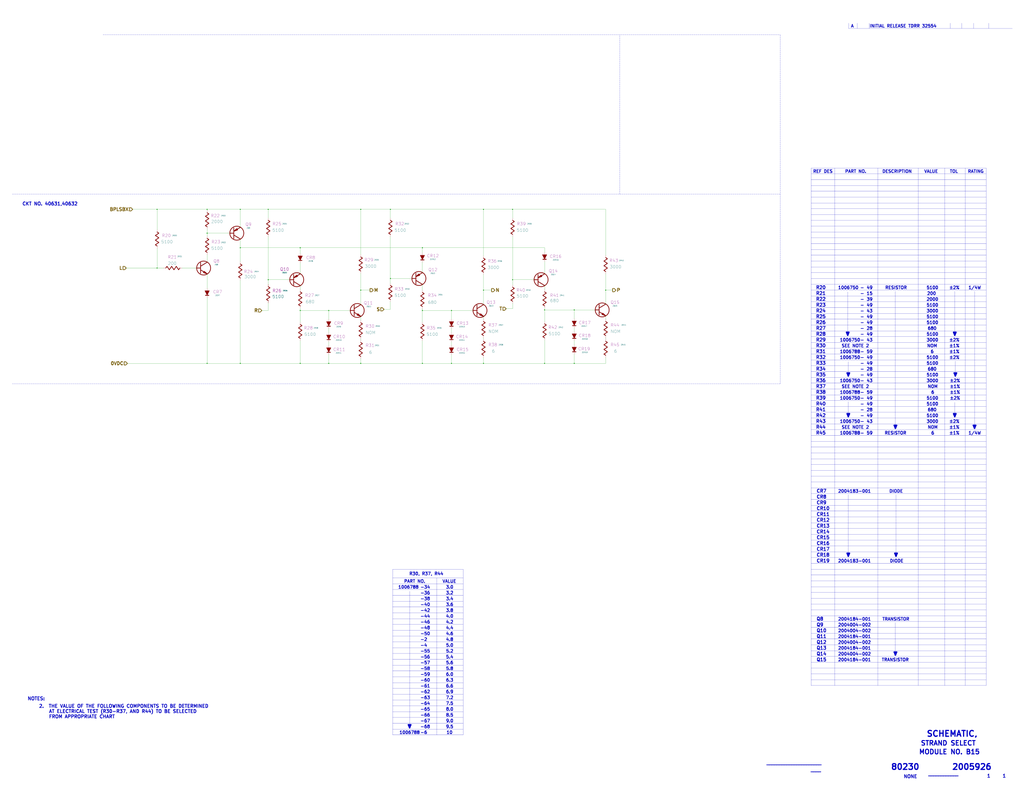
<source format=kicad_sch>
(kicad_sch (version 20211123) (generator eeschema)
  (paper "E")
  (junction (at 661.035 316.865))
  (junction (at 527.685 396.875))
  (junction (at 559.435 305.435))
  (junction (at 262.255 228.6))
  (junction (at 626.745 338.455))
  (junction (at 262.255 396.875))
  (junction (at 559.435 228.6))
  (junction (at 594.36 396.875))
  (junction (at 461.01 396.875))
  (junction (at 594.36 338.455))
  (junction (at 226.06 396.875))
  (junction (at 262.255 270.51))
  (junction (at 226.06 254.635))
  (junction (at 527.685 228.6))
  (junction (at 461.01 339.09))
  (junction (at 226.06 228.6))
  (junction (at 492.76 339.09))
  (junction (at 327.66 270.51))
  (junction (at 492.76 396.875))
  (junction (at 327.66 339.09))
  (junction (at 358.775 339.09))
  (junction (at 327.66 396.875))
  (junction (at 426.085 228.6))
  (junction (at 358.775 396.875))
  (junction (at 393.7 396.875))
  (junction (at 527.685 316.865))
  (junction (at 626.745 396.875))
  (junction (at 426.085 304.165))
  (junction (at 292.735 228.6))
  (junction (at 393.7 228.6))
  (junction (at 461.01 270.51))
  (junction (at 171.45 228.6))
  (junction (at 393.7 316.865))
  (junction (at 292.735 305.435))
  (junction (at 171.45 292.735))
  (wire (pts (xy 527.685 316.865) (xy 527.685 299.72)))
  (polyline (pts (xy 977.9 540.385) (xy 977.9 607.06)) (stroke (width 0) (type solid)))
  (polyline (pts (xy 927.1 604.2152) (xy 925.83 607.3902)) (stroke (width 1.524) (type solid)))
  (polyline (pts (xy 447.04 795.02) (xy 447.04 645.795)) (stroke (width 0) (type solid)))
  (polyline (pts (xy 885.19 266.065) (xy 1076.325 266.065)) (stroke (width 0) (type solid)))
  (wire (pts (xy 426.085 228.6) (xy 527.685 228.6)))
  (polyline (pts (xy 885.19 291.465) (xy 1076.325 291.465)) (stroke (width 0) (type solid)))
  (wire (pts (xy 461.01 339.09) (xy 461.01 337.185)))
  (polyline (pts (xy 445.77 791.5402) (xy 448.31 791.5402)) (stroke (width 1.524) (type solid)))
  (wire (pts (xy 492.76 358.775) (xy 492.76 363.22)))
  (polyline (pts (xy 1049.8328 25.2984) (xy 1049.8328 31.0896)) (stroke (width 0) (type solid)))
  (polyline (pts (xy 923.925 362.9152) (xy 926.465 362.9152)) (stroke (width 1.524) (type solid)))
  (wire (pts (xy 198.755 292.735) (xy 214.63 292.735)))
  (wire (pts (xy 426.085 329.565) (xy 426.085 337.82)))
  (wire (pts (xy 559.435 331.47) (xy 559.435 337.185)))
  (polyline (pts (xy 885.19 716.915) (xy 1076.325 716.915)) (stroke (width 0) (type solid)))
  (polyline (pts (xy 1042.67 410.5402) (xy 1041.4 407.3652)) (stroke (width 1.524) (type solid)))
  (polyline (pts (xy 976.63 604.2152) (xy 979.17 604.2152)) (stroke (width 1.524) (type solid)))
  (polyline (pts (xy 885.19 399.415) (xy 1076.325 399.415)) (stroke (width 0) (type solid)))
  (wire (pts (xy 527.685 228.6) (xy 559.435 228.6)))
  (polyline (pts (xy 885.19 526.415) (xy 1076.325 526.415)) (stroke (width 0) (type solid)))
  (wire (pts (xy 527.685 396.875) (xy 527.685 390.525)))
  (polyline (pts (xy 1040.765 362.9152) (xy 1043.305 362.9152)) (stroke (width 1.524) (type solid)))
  (polyline (pts (xy 885.19 354.965) (xy 1076.325 354.965)) (stroke (width 0) (type solid)))
  (polyline (pts (xy 428.625 643.89) (xy 505.46 643.89)) (stroke (width 0) (type solid)))
  (wire (pts (xy 594.36 338.455) (xy 594.36 336.55)))
  (polyline (pts (xy 885.19 437.515) (xy 1076.325 437.515)) (stroke (width 0) (type solid)))
  (wire (pts (xy 178.435 292.735) (xy 171.45 292.735)))
  (polyline (pts (xy 885.19 596.265) (xy 1076.325 596.265)) (stroke (width 0) (type solid)))
  (wire (pts (xy 226.06 250.19) (xy 226.06 254.635)))
  (polyline (pts (xy 885.19 412.115) (xy 1076.325 412.115)) (stroke (width 0) (type solid)))
  (polyline (pts (xy 885.19 462.915) (xy 1076.325 462.915)) (stroke (width 0) (type solid)))
  (wire (pts (xy 327.66 372.11) (xy 327.66 396.875)))
  (wire (pts (xy 226.06 396.875) (xy 262.255 396.875)))
  (polyline (pts (xy 428.625 739.14) (xy 505.46 739.14)) (stroke (width 0) (type solid)))
  (polyline (pts (xy 112.395 38.1) (xy 851.535 38.1)))
  (polyline (pts (xy 925.83 454.9902) (xy 924.56 451.8152)) (stroke (width 1.524) (type solid)))
  (polyline (pts (xy 885.19 704.215) (xy 1076.325 704.215)) (stroke (width 0) (type solid)))
  (wire (pts (xy 461.01 310.515) (xy 461.01 316.865)))
  (polyline (pts (xy 885.19 443.865) (xy 1076.325 443.865)) (stroke (width 0) (type solid)))
  (wire (pts (xy 461.01 270.51) (xy 594.36 270.51)))
  (polyline (pts (xy 926.465 362.9152) (xy 925.195 366.0902)) (stroke (width 1.524) (type solid)))
  (polyline (pts (xy 885.19 564.515) (xy 1076.325 564.515)) (stroke (width 0) (type solid)))
  (polyline (pts (xy 676.275 212.09) (xy 676.275 38.1)))
  (polyline (pts (xy 428.625 732.79) (xy 505.46 732.79)) (stroke (width 0) (type solid)))
  (wire (pts (xy 527.685 316.865) (xy 536.575 316.865)))
  (polyline (pts (xy 977.265 318.135) (xy 977.265 467.36)) (stroke (width 0) (type solid)))
  (wire (pts (xy 226.06 278.13) (xy 226.06 286.385)))
  (polyline (pts (xy 885.19 183.515) (xy 885.19 748.665)) (stroke (width 0) (type solid)))
  (polyline (pts (xy 979.17 604.2152) (xy 977.9 607.3902)) (stroke (width 1.524) (type solid)))
  (wire (pts (xy 393.7 396.875) (xy 461.01 396.875)))
  (polyline (pts (xy 885.19 475.615) (xy 1076.325 475.615)) (stroke (width 0) (type solid)))
  (polyline (pts (xy 885.19 374.015) (xy 1076.325 374.015)) (stroke (width 0) (type solid)))
  (polyline (pts (xy 885.19 520.065) (xy 1076.325 520.065)) (stroke (width 0) (type solid)))
  (polyline (pts (xy 428.625 726.44) (xy 505.46 726.44)) (stroke (width 0) (type solid)))
  (polyline (pts (xy 428.625 675.64) (xy 505.46 675.64)) (stroke (width 0) (type solid)))
  (polyline (pts (xy 885.19 335.915) (xy 1076.325 335.915)) (stroke (width 0) (type solid)))
  (polyline (pts (xy 885.19 481.965) (xy 1076.325 481.965)) (stroke (width 0) (type solid)))
  (polyline (pts (xy 885.19 628.015) (xy 1076.325 628.015)) (stroke (width 0) (type solid)))
  (polyline (pts (xy 1063.625 467.6902) (xy 1062.355 464.5152)) (stroke (width 1.524) (type solid)))
  (polyline (pts (xy 926.1094 31.115) (xy 1104.9 31.115)) (stroke (width 0) (type solid)))
  (wire (pts (xy 327.66 339.09) (xy 327.66 351.79)))
  (polyline (pts (xy 428.625 621.665) (xy 505.46 621.665)) (stroke (width 0) (type solid)))
  (polyline (pts (xy 978.535 464.5152) (xy 977.265 467.6902)) (stroke (width 1.524) (type solid)))
  (wire (pts (xy 393.7 316.865) (xy 393.7 298.45)))
  (wire (pts (xy 358.775 373.38) (xy 358.775 377.19)))
  (wire (pts (xy 358.775 396.875) (xy 393.7 396.875)))
  (polyline (pts (xy 885.19 386.715) (xy 1076.325 386.715)) (stroke (width 0) (type solid)))
  (polyline (pts (xy 885.19 634.365) (xy 1076.325 634.365)) (stroke (width 0) (type solid)))
  (polyline (pts (xy 885.19 272.415) (xy 1076.325 272.415)) (stroke (width 0) (type solid)))
  (polyline (pts (xy 885.19 208.915) (xy 1076.325 208.915)) (stroke (width 0) (type solid)))
  (wire (pts (xy 226.06 396.875) (xy 226.06 325.12)))
  (polyline (pts (xy 885.19 659.765) (xy 1076.325 659.765)) (stroke (width 0) (type solid)))
  (polyline (pts (xy 885.19 666.115) (xy 1076.325 666.115)) (stroke (width 0) (type solid)))
  (wire (pts (xy 492.76 373.38) (xy 492.76 377.19)))
  (polyline (pts (xy 885.19 723.265) (xy 1076.325 723.265)) (stroke (width 0) (type solid)))
  (polyline (pts (xy 925.195 318.77) (xy 925.195 366.395)) (stroke (width 0) (type solid)))
  (polyline (pts (xy 885.19 215.265) (xy 1076.325 215.265)) (stroke (width 0) (type solid)))
  (wire (pts (xy 552.45 337.185) (xy 559.435 337.185)))
  (polyline (pts (xy 885.19 278.765) (xy 1076.325 278.765)) (stroke (width 0) (type solid)))
  (polyline (pts (xy 924.56 451.8152) (xy 927.1 451.8152)) (stroke (width 1.524) (type solid)))
  (wire (pts (xy 262.255 228.6) (xy 262.255 248.285)))
  (wire (pts (xy 292.735 305.435) (xy 316.23 305.435)))
  (wire (pts (xy 626.745 338.455) (xy 649.605 338.455)))
  (polyline (pts (xy 927.1 451.8152) (xy 925.83 454.9902)) (stroke (width 1.524) (type solid)))
  (polyline (pts (xy 927.1 407.3652) (xy 925.83 410.5402)) (stroke (width 1.524) (type solid)))
  (wire (pts (xy 461.01 351.79) (xy 461.01 339.09)))
  (polyline (pts (xy 885.19 678.815) (xy 1076.325 678.815)) (stroke (width 0) (type solid)))
  (wire (pts (xy 262.255 270.51) (xy 327.66 270.51)))
  (wire (pts (xy 594.36 299.085) (xy 594.36 285.75)))
  (wire (pts (xy 358.775 358.775) (xy 358.775 363.22)))
  (polyline (pts (xy 885.19 570.865) (xy 1076.325 570.865)) (stroke (width 0) (type solid)))
  (polyline (pts (xy 476.885 631.19) (xy 476.885 802.64)) (stroke (width 0) (type solid)))
  (polyline (pts (xy 977.9 607.3902) (xy 976.63 604.2152)) (stroke (width 1.524) (type solid)))
  (polyline (pts (xy 975.995 712.1652) (xy 978.535 712.1652)) (stroke (width 1.524) (type solid)))
  (polyline (pts (xy 885.19 285.115) (xy 1076.325 285.115)) (stroke (width 0) (type solid)))
  (polyline (pts (xy 885.19 647.065) (xy 1076.325 647.065)) (stroke (width 0) (type solid)))
  (wire (pts (xy 661.035 396.875) (xy 661.035 390.525)))
  (polyline (pts (xy 885.19 221.615) (xy 1076.325 221.615)) (stroke (width 0) (type solid)))
  (polyline (pts (xy 925.83 607.695) (xy 925.83 540.385)) (stroke (width 0) (type solid)))
  (polyline (pts (xy 977.265 715.3402) (xy 975.995 712.1652)) (stroke (width 1.524) (type solid)))
  (polyline (pts (xy 885.19 577.215) (xy 1076.325 577.215)) (stroke (width 0) (type solid)))
  (polyline (pts (xy 1063.625 318.135) (xy 1063.625 467.36)) (stroke (width 0) (type solid)))
  (wire (pts (xy 292.735 258.445) (xy 292.735 305.435)))
  (wire (pts (xy 285.75 339.09) (xy 292.735 339.09)))
  (polyline (pts (xy 885.19 545.465) (xy 1076.325 545.465)) (stroke (width 0) (type solid)))
  (polyline (pts (xy 428.625 656.59) (xy 505.46 656.59)) (stroke (width 0) (type solid)))
  (polyline (pts (xy 885.19 653.415) (xy 1076.325 653.415)) (stroke (width 0) (type solid)))
  (polyline (pts (xy 885.19 348.615) (xy 1076.325 348.615)) (stroke (width 0) (type solid)))
  (polyline (pts (xy 924.56 604.2152) (xy 927.1 604.2152)) (stroke (width 1.524) (type solid)))
  (polyline (pts (xy 926.1094 25.2984) (xy 926.1094 31.0896)) (stroke (width 0) (type solid)))
  (polyline (pts (xy 428.625 701.04) (xy 505.46 701.04)) (stroke (width 0) (type solid)))
  (wire (pts (xy 393.7 349.885) (xy 393.7 345.44)))
  (polyline (pts (xy 1062.355 464.5152) (xy 1064.895 464.5152)) (stroke (width 1.524) (type solid)))
  (polyline (pts (xy 885.19 405.765) (xy 1076.325 405.765)) (stroke (width 0) (type solid)))
  (polyline (pts (xy 885.19 729.615) (xy 1076.325 729.615)) (stroke (width 0) (type solid)))
  (wire (pts (xy 262.255 228.6) (xy 292.735 228.6)))
  (wire (pts (xy 527.685 396.875) (xy 594.36 396.875)))
  (polyline (pts (xy 428.625 688.34) (xy 505.46 688.34)) (stroke (width 0) (type solid)))
  (polyline (pts (xy 428.625 796.29) (xy 505.46 796.29)) (stroke (width 0) (type solid)))
  (polyline (pts (xy 885.19 259.715) (xy 1076.325 259.715)) (stroke (width 0) (type solid)))
  (polyline (pts (xy 925.83 607.3902) (xy 924.56 604.2152)) (stroke (width 1.524) (type solid)))
  (polyline (pts (xy 428.625 758.19) (xy 505.46 758.19)) (stroke (width 0) (type solid)))
  (wire (pts (xy 358.775 387.35) (xy 358.775 396.875)))
  (wire (pts (xy 292.735 305.435) (xy 292.735 310.515)))
  (wire (pts (xy 492.76 339.09) (xy 461.01 339.09)))
  (polyline (pts (xy 978.535 712.1652) (xy 977.265 715.3402)) (stroke (width 1.524) (type solid)))
  (wire (pts (xy 403.86 316.865) (xy 393.7 316.865)))
  (wire (pts (xy 327.66 287.02) (xy 327.66 299.085)))
  (wire (pts (xy 144.78 228.6) (xy 171.45 228.6)))
  (polyline (pts (xy 885.19 551.815) (xy 1076.325 551.815)) (stroke (width 0) (type solid)))
  (wire (pts (xy 327.66 311.785) (xy 327.66 316.23)))
  (wire (pts (xy 461.01 396.875) (xy 492.76 396.875)))
  (polyline (pts (xy 505.46 802.64) (xy 505.46 621.665)) (stroke (width 0) (type solid)))
  (polyline (pts (xy 428.625 789.94) (xy 505.46 789.94)) (stroke (width 0) (type solid)))
  (polyline (pts (xy 428.625 764.54) (xy 505.46 764.54)) (stroke (width 0) (type solid)))
  (wire (pts (xy 327.66 270.51) (xy 461.01 270.51)))
  (wire (pts (xy 661.035 348.615) (xy 661.035 344.805)))
  (wire (pts (xy 426.085 228.6) (xy 426.085 238.125)))
  (wire (pts (xy 292.735 228.6) (xy 393.7 228.6)))
  (polyline (pts (xy 885.19 488.315) (xy 1076.325 488.315)) (stroke (width 0) (type solid)))
  (wire (pts (xy 559.435 305.435) (xy 559.435 311.15)))
  (polyline (pts (xy 885.19 234.315) (xy 1076.325 234.315)) (stroke (width 0) (type solid)))
  (wire (pts (xy 594.36 311.785) (xy 594.36 316.23)))
  (wire (pts (xy 262.255 260.985) (xy 262.255 270.51)))
  (polyline (pts (xy 885.19 367.665) (xy 1076.325 367.665)) (stroke (width 0) (type solid)))
  (polyline (pts (xy 13.335 212.09) (xy 851.535 212.09)))
  (polyline (pts (xy 885.19 621.665) (xy 1076.325 621.665)) (stroke (width 0) (type solid)))
  (polyline (pts (xy 428.625 650.24) (xy 505.46 650.24)) (stroke (width 0) (type solid)))
  (polyline (pts (xy 885.19 672.465) (xy 1076.325 672.465)) (stroke (width 0) (type solid)))
  (wire (pts (xy 226.06 229.87) (xy 226.06 228.6)))
  (wire (pts (xy 327.66 336.55) (xy 327.66 339.09)))
  (polyline (pts (xy 885.19 608.965) (xy 1076.325 608.965)) (stroke (width 0) (type solid)))
  (polyline (pts (xy 1042.035 366.0902) (xy 1040.765 362.9152)) (stroke (width 1.524) (type solid)))
  (polyline (pts (xy 1042.035 318.135) (xy 1042.035 365.76)) (stroke (width 0) (type solid)))
  (wire (pts (xy 327.66 396.875) (xy 358.775 396.875)))
  (polyline (pts (xy 428.625 662.94) (xy 505.46 662.94)) (stroke (width 0) (type solid)))
  (polyline (pts (xy 885.19 507.365) (xy 1076.325 507.365)) (stroke (width 0) (type solid)))
  (polyline (pts (xy 428.625 720.09) (xy 505.46 720.09)) (stroke (width 0) (type solid)))
  (polyline (pts (xy 885.19 202.565) (xy 1076.325 202.565)) (stroke (width 0) (type solid)))
  (wire (pts (xy 393.7 278.13) (xy 393.7 228.6)))
  (wire (pts (xy 226.06 254.635) (xy 226.06 257.81)))
  (polyline (pts (xy 925.83 455.295) (xy 925.83 438.785)) (stroke (width 0) (type solid)))
  (polyline (pts (xy 885.19 735.965) (xy 1076.325 735.965)) (stroke (width 0) (type solid)))
  (polyline (pts (xy 958.215 183.515) (xy 958.215 748.665)) (stroke (width 0) (type solid)))
  (polyline (pts (xy 428.625 621.665) (xy 428.625 802.64)) (stroke (width 0) (type solid)))
  (polyline (pts (xy 885.19 742.315) (xy 1076.325 742.315)) (stroke (width 0) (type solid)))
  (wire (pts (xy 594.36 351.155) (xy 594.36 338.455)))
  (polyline (pts (xy 448.31 791.5402) (xy 447.04 794.7152)) (stroke (width 1.524) (type solid)))
  (polyline (pts (xy 1040.765 451.8152) (xy 1043.305 451.8152)) (stroke (width 1.524) (type solid)))
  (wire (pts (xy 594.36 396.875) (xy 626.745 396.875)))
  (wire (pts (xy 139.065 396.875) (xy 226.06 396.875)))
  (polyline (pts (xy 885.19 310.515) (xy 1076.325 310.515)) (stroke (width 0) (type solid)))
  (polyline (pts (xy 911.225 748.665) (xy 911.225 183.515)) (stroke (width 0) (type solid)))
  (polyline (pts (xy 885.19 329.565) (xy 1076.325 329.565)) (stroke (width 0) (type solid)))
  (wire (pts (xy 661.035 316.865) (xy 661.035 299.085)))
  (wire (pts (xy 262.255 396.875) (xy 327.66 396.875)))
  (polyline (pts (xy 885.19 323.215) (xy 1076.325 323.215)) (stroke (width 0) (type solid)))
  (polyline (pts (xy 428.625 802.64) (xy 505.46 802.64)) (stroke (width 0) (type solid)))
  (polyline (pts (xy 1076.325 183.515) (xy 1076.325 748.665)) (stroke (width 0) (type solid)))
  (polyline (pts (xy 885.19 342.265) (xy 1076.325 342.265)) (stroke (width 0) (type solid)))
  (polyline (pts (xy 1031.24 183.515) (xy 1031.24 748.665)) (stroke (width 0) (type solid)))
  (wire (pts (xy 559.435 228.6) (xy 559.435 238.125)))
  (polyline (pts (xy 428.625 637.54) (xy 505.46 637.54)) (stroke (width 0) (type solid)))
  (polyline (pts (xy 885.19 240.665) (xy 1076.325 240.665)) (stroke (width 0) (type solid)))
  (polyline (pts (xy 428.625 745.49) (xy 505.46 745.49)) (stroke (width 0) (type solid)))
  (polyline (pts (xy 1041.4 407.3652) (xy 1043.94 407.3652)) (stroke (width 1.524) (type solid)))
  (wire (pts (xy 292.735 330.835) (xy 292.735 339.09)))
  (polyline (pts (xy 447.04 794.7152) (xy 445.77 791.5402)) (stroke (width 1.524) (type solid)))
  (wire (pts (xy 358.775 339.09) (xy 327.66 339.09)))
  (polyline (pts (xy 885.19 189.865) (xy 1076.325 189.865)) (stroke (width 0) (type solid)))
  (wire (pts (xy 393.7 332.74) (xy 393.7 316.865)))
  (wire (pts (xy 661.035 370.205) (xy 661.035 368.935)))
  (wire (pts (xy 262.255 396.875) (xy 262.255 306.07)))
  (polyline (pts (xy 885.19 589.915) (xy 1076.325 589.915)) (stroke (width 0) (type solid)))
  (polyline (pts (xy 885.19 456.565) (xy 1076.325 456.565)) (stroke (width 0) (type solid)))
  (polyline (pts (xy 885.19 494.665) (xy 1076.325 494.665)) (stroke (width 0) (type solid)))
  (polyline (pts (xy 1062.5074 25.2984) (xy 1062.5074 31.0896)) (stroke (width 0) (type solid)))
  (polyline (pts (xy 428.625 783.59) (xy 505.46 783.59)) (stroke (width 0) (type solid)))
  (polyline (pts (xy 1078.992 25.2984) (xy 1078.992 31.0896)) (stroke (width 0) (type solid)))
  (wire (pts (xy 393.7 370.205) (xy 393.7 371.475)))
  (polyline (pts (xy 885.19 539.115) (xy 1076.325 539.115)) (stroke (width 0) (type solid)))
  (polyline (pts (xy 977.265 467.6902) (xy 975.995 464.5152)) (stroke (width 1.524) (type solid)))
  (polyline (pts (xy 948.69 25.2984) (xy 948.69 31.0896)) (stroke (width 0) (type solid)))
  (polyline (pts (xy 1064.895 464.5152) (xy 1063.625 467.6902)) (stroke (width 1.524) (type solid)))
  (polyline (pts (xy 885.19 691.515) (xy 1076.325 691.515)) (stroke (width 0) (type solid)))
  (polyline (pts (xy 924.56 407.3652) (xy 927.1 407.3652)) (stroke (width 1.524) (type solid)))
  (wire (pts (xy 626.745 386.715) (xy 626.745 396.875)))
  (polyline (pts (xy 885.19 297.815) (xy 1076.325 297.815)) (stroke (width 0) (type solid)))
  (polyline (pts (xy 1043.94 407.3652) (xy 1042.67 410.5402)) (stroke (width 1.524) (type solid)))
  (wire (pts (xy 358.775 348.615) (xy 358.775 339.09)))
  (wire (pts (xy 626.745 376.555) (xy 626.745 372.11)))
  (polyline (pts (xy 935.7106 25.2984) (xy 935.7106 31.0896)) (stroke (width 0) (type solid)))
  (wire (pts (xy 461.01 297.815) (xy 461.01 286.385)))
  (wire (pts (xy 461.01 372.11) (xy 461.01 396.875)))
  (polyline (pts (xy 428.625 707.39) (xy 505.46 707.39)) (stroke (width 0) (type solid)))
  (polyline (pts (xy 885.19 418.465) (xy 1076.325 418.465)) (stroke (width 0) (type solid)))
  (polyline (pts (xy 851.535 38.1) (xy 851.535 419.1)))
  (polyline (pts (xy 885.19 501.015) (xy 1076.325 501.015)) (stroke (width 0) (type solid)))
  (polyline (pts (xy 885.19 748.665) (xy 1076.325 748.665)) (stroke (width 0) (type solid)))
  (polyline (pts (xy 428.625 631.19) (xy 505.46 631.19)) (stroke (width 0) (type solid)))
  (wire (pts (xy 262.255 270.51) (xy 262.255 285.75)))
  (polyline (pts (xy 885.19 469.265) (xy 1076.325 469.265)) (stroke (width 0) (type solid)))
  (wire (pts (xy 171.45 228.6) (xy 171.45 250.825)))
  (wire (pts (xy 527.685 368.935) (xy 527.685 370.205)))
  (wire (pts (xy 516.255 339.09) (xy 492.76 339.09)))
  (wire (pts (xy 426.085 258.445) (xy 426.085 304.165)))
  (polyline (pts (xy 885.19 393.065) (xy 1076.325 393.065)) (stroke (width 0) (type solid)))
  (polyline (pts (xy 885.19 196.215) (xy 1076.325 196.215)) (stroke (width 0) (type solid)))
  (wire (pts (xy 226.06 228.6) (xy 262.255 228.6)))
  (wire (pts (xy 559.435 258.445) (xy 559.435 305.435)))
  (polyline (pts (xy 428.625 669.29) (xy 505.46 669.29)) (stroke (width 0) (type solid)))
  (polyline (pts (xy 885.19 253.365) (xy 1076.325 253.365)) (stroke (width 0) (type solid)))
  (polyline (pts (xy 885.19 304.165) (xy 1076.325 304.165)) (stroke (width 0) (type solid)))
  (polyline (pts (xy 1042.035 454.9902) (xy 1040.765 451.8152)) (stroke (width 1.524) (type solid)))
  (polyline (pts (xy 428.625 751.84) (xy 505.46 751.84)) (stroke (width 0) (type solid)))
  (wire (pts (xy 626.745 396.875) (xy 661.035 396.875)))
  (polyline (pts (xy 977.265 680.085) (xy 977.265 715.01)) (stroke (width 0) (type solid)))
  (polyline (pts (xy 885.19 685.165) (xy 1076.325 685.165)) (stroke (width 0) (type solid)))
  (polyline (pts (xy 885.19 183.515) (xy 1076.325 183.515)) (stroke (width 0) (type solid)))
  (wire (pts (xy 582.93 305.435) (xy 559.435 305.435)))
  (polyline (pts (xy 885.19 247.015) (xy 1076.325 247.015)) (stroke (width 0) (type solid)))
  (polyline (pts (xy 925.83 410.5402) (xy 924.56 407.3652)) (stroke (width 1.524) (type solid)))
  (polyline (pts (xy 885.19 513.715) (xy 1076.325 513.715)) (stroke (width 0) (type solid)))
  (polyline (pts (xy 885.19 697.865) (xy 1076.325 697.865)) (stroke (width 0) (type solid)))
  (polyline (pts (xy 885.19 316.865) (xy 1076.325 316.865)) (stroke (width 0) (type solid)))
  (wire (pts (xy 292.735 228.6) (xy 292.735 238.125)))
  (polyline (pts (xy 885.19 583.565) (xy 1076.325 583.565)) (stroke (width 0) (type solid)))
  (polyline (pts (xy 925.83 394.97) (xy 925.83 410.845)) (stroke (width 0) (type solid)))
  (wire (pts (xy 461.01 276.225) (xy 461.01 270.51)))
  (polyline (pts (xy 1037.1074 25.2984) (xy 1037.1074 31.0896)) (stroke (width 0) (type solid)))
  (polyline (pts (xy 885.19 431.165) (xy 1076.325 431.165)) (stroke (width 0) (type solid)))
  (wire (pts (xy 661.035 278.765) (xy 661.035 228.6)))
  (polyline (pts (xy 925.195 366.0902) (xy 923.925 362.9152)) (stroke (width 1.524) (type solid)))
  (polyline (pts (xy 885.19 380.365) (xy 1076.325 380.365)) (stroke (width 0) (type solid)))
  (polyline (pts (xy 885.19 710.565) (xy 1076.325 710.565)) (stroke (width 0) (type solid)))
  (polyline (pts (xy 428.625 681.99) (xy 505.46 681.99)) (stroke (width 0) (type solid)))
  (wire (pts (xy 626.745 347.98) (xy 626.745 338.455)))
  (polyline (pts (xy 428.625 770.89) (xy 505.46 770.89)) (stroke (width 0) (type solid)))
  (wire (pts (xy 250.825 254.635) (xy 226.06 254.635)))
  (polyline (pts (xy 885.19 450.215) (xy 1076.325 450.215)) (stroke (width 0) (type solid)))
  (wire (pts (xy 393.7 391.795) (xy 393.7 396.875)))
  (wire (pts (xy 382.27 339.09) (xy 358.775 339.09)))
  (wire (pts (xy 492.76 396.875) (xy 527.685 396.875)))
  (polyline (pts (xy 885.19 640.715) (xy 1076.325 640.715)) (stroke (width 0) (type solid)))
  (polyline (pts (xy 1043.305 451.8152) (xy 1042.035 454.9902)) (stroke (width 1.524) (type solid)))
  (wire (pts (xy 327.66 276.86) (xy 327.66 270.51)))
  (polyline (pts (xy 1042.67 394.335) (xy 1042.67 410.21)) (stroke (width 0) (type solid)))
  (polyline (pts (xy 851.535 419.1) (xy 13.335 419.1)))
  (wire (pts (xy 419.1 337.82) (xy 426.085 337.82)))
  (wire (pts (xy 527.685 279.4) (xy 527.685 228.6)))
  (wire (pts (xy 661.035 332.105) (xy 661.035 316.865)))
  (polyline (pts (xy 428.625 713.74) (xy 505.46 713.74)) (stroke (width 0) (type solid)))
  (wire (pts (xy 492.76 387.35) (xy 492.76 396.875)))
  (polyline (pts (xy 1043.305 362.9152) (xy 1042.035 366.0902)) (stroke (width 1.524) (type solid)))
  (polyline (pts (xy 885.19 227.965) (xy 1076.325 227.965)) (stroke (width 0) (type solid)))
  (polyline (pts (xy 975.995 464.5152) (xy 978.535 464.5152)) (stroke (width 1.524) (type solid)))
  (polyline (pts (xy 885.19 602.615) (xy 1076.325 602.615)) (stroke (width 0) (type solid)))
  (wire (pts (xy 661.035 228.6) (xy 559.435 228.6)))
  (polyline (pts (xy 885.19 424.815) (xy 1076.325 424.815)) (stroke (width 0) (type solid)))
  (polyline (pts (xy 885.19 532.765) (xy 1076.325 532.765)) (stroke (width 0) (type solid)))
  (wire (pts (xy 626.745 361.95) (xy 626.745 358.14)))
  (wire (pts (xy 594.36 396.875) (xy 594.36 371.475)))
  (polyline (pts (xy 1002.03 748.665) (xy 1002.03 183.515)) (stroke (width 0) (type solid)))
  (wire (pts (xy 393.7 228.6) (xy 426.085 228.6)))
  (polyline (pts (xy 885.19 361.315) (xy 1076.325 361.315)) (stroke (width 0) (type solid)))
  (wire (pts (xy 626.745 338.455) (xy 594.36 338.455)))
  (wire (pts (xy 594.36 270.51) (xy 594.36 275.59)))
  (wire (pts (xy 226.06 299.085) (xy 226.06 314.96)))
  (wire (pts (xy 668.655 316.865) (xy 661.035 316.865)))
  (polyline (pts (xy 885.19 558.165) (xy 1076.325 558.165)) (stroke (width 0) (type solid)))
  (wire (pts (xy 171.45 292.735) (xy 137.795 292.735)))
  (polyline (pts (xy 1042.035 439.42) (xy 1042.035 454.66)) (stroke (width 0) (type solid)))
  (polyline (pts (xy 428.625 694.69) (xy 505.46 694.69)) (stroke (width 0) (type solid)))
  (wire (pts (xy 492.76 348.615) (xy 492.76 339.09)))
  (polyline (pts (xy 885.19 615.315) (xy 1076.325 615.315)) (stroke (width 0) (type solid)))
  (wire (pts (xy 171.45 228.6) (xy 226.06 228.6)))
  (wire (pts (xy 527.685 332.74) (xy 527.685 316.865)))
  (polyline (pts (xy 1053.465 748.665) (xy 1053.465 183.515)) (stroke (width 0) (type solid)))
  (wire (pts (xy 527.685 348.615) (xy 527.685 345.44)))
  (polyline (pts (xy 428.625 777.24) (xy 505.46 777.24)) (stroke (width 0) (type solid)))
  (wire (pts (xy 171.45 271.145) (xy 171.45 292.735)))
  (wire (pts (xy 426.085 304.165) (xy 426.085 309.245)))
  (wire (pts (xy 449.58 304.165) (xy 426.085 304.165)))
  (text "VALUE" (at 1008.38 189.23 0) (effects (font (size 3.302 3.302) (thickness 0.6604) bold) (justify left bottom)))
  (text "R44" (at 890.27 468.63 0) (effects (font (size 3.556 3.556) (thickness 0.7112) bold) (justify left bottom)))
  (text "SCHEMATIC," (at 1010.92 805.18 0) (effects (font (size 6.35 6.35) (thickness 1.27) bold) (justify left bottom)))
  (text "DIODE" (at 970.915 614.68 0) (effects (font (size 3.302 3.302) (thickness 0.6604) bold) (justify left bottom)))
  (text "3000" (at 1010.92 373.38 0) (effects (font (size 3.302 3.302) (thickness 0.6604) bold) (justify left bottom)))
  (text "6" (at 1016 430.53 0) (effects (font (size 3.302 3.302) (thickness 0.6604) bold) (justify left bottom)))
  (text "-63" (at 458.47 763.905 0) (effects (font (size 3.302 3.302) (thickness 0.6604) bold) (justify left bottom)))
  (text "-" (at 938.53 328.93 0) (effects (font (size 3.302 3.302) (thickness 0.6604) bold) (justify left bottom)))
  (text "4.8" (at 486.41 700.405 0) (effects (font (size 3.302 3.302) (thickness 0.6604) bold) (justify left bottom)))
  (text "2004184-001" (at 914.4 678.18 0) (effects (font (size 3.302 3.302) (thickness 0.6604) bold) (justify left bottom)))
  (text "____________" (at 1012.825 847.725 0) (effects (font (size 3.556 3.556) (thickness 0.7112) bold) (justify left bottom)))
  (text "DIODE" (at 970.28 538.48 0) (effects (font (size 3.302 3.302) (thickness 0.6604) bold) (justify left bottom)))
  (text "5.6" (at 486.41 725.805 0) (effects (font (size 3.302 3.302) (thickness 0.6604) bold) (justify left bottom)))
  (text "-56" (at 458.47 719.455 0) (effects (font (size 3.302 3.302) (thickness 0.6604) bold) (justify left bottom)))
  (text "-50" (at 458.47 694.055 0) (effects (font (size 3.302 3.302) (thickness 0.6604) bold) (justify left bottom)))
  (text "NOTES:" (at 29.845 765.175 0) (effects (font (size 3.556 3.556) (thickness 0.7112) bold) (justify left bottom)))
  (text "A       INITIAL RELEASE TDRR 32554" (at 928.37 30.48 0) (effects (font (size 3.302 3.302) (thickness 0.6604) bold) (justify left bottom)))
  (text "______________________" (at 836.295 835.66 0) (effects (font (size 3.556 3.556) (thickness 0.7112) bold) (justify left bottom)))
  (text "1006750" (at 914.4 316.23 0) (effects (font (size 3.302 3.302) (thickness 0.6604) bold) (justify left bottom)))
  (text "CR10" (at 890.905 557.53 0) (effects (font (size 3.556 3.556) (thickness 0.7112) bold) (justify left bottom)))
  (text "-" (at 938.53 322.58 0) (effects (font (size 3.302 3.302) (thickness 0.6604) bold) (justify left bottom)))
  (text "59" (at 945.515 386.08 0) (effects (font (size 3.302 3.302) (thickness 0.6604) bold) (justify left bottom)))
  (text "1/4W" (at 1056.64 316.23 0) (effects (font (size 3.302 3.302) (thickness 0.6604) bold) (justify left bottom)))
  (text "6.3" (at 486.41 744.855 0) (effects (font (size 3.302 3.302) (thickness 0.6604) bold) (justify left bottom)))
  (text "-" (at 938.53 430.53 0) (effects (font (size 3.302 3.302) (thickness 0.6604) bold) (justify left bottom)))
  (text "-61" (at 458.47 751.205 0) (effects (font (size 3.302 3.302) (thickness 0.6604) bold) (justify left bottom)))
  (text "CR13" (at 890.905 576.58 0) (effects (font (size 3.556 3.556) (thickness 0.7112) bold) (justify left bottom)))
  (text "Q13" (at 890.905 709.93 0) (effects (font (size 3.556 3.556) (thickness 0.7112) bold) (justify left bottom)))
  (text "±1%" (at 1035.685 468.63 0) (effects (font (size 3.302 3.302) (thickness 0.6604) bold) (justify left bottom)))
  (text "5100" (at 1010.92 443.23 0) (effects (font (size 3.302 3.302) (thickness 0.6604) bold) (justify left bottom)))
  (text "49" (at 945.515 392.43 0) (effects (font (size 3.302 3.302) (thickness 0.6604) bold) (justify left bottom)))
  (text "-" (at 938.53 341.63 0) (effects (font (size 3.302 3.302) (thickness 0.6604) bold) (justify left bottom)))
  (text "-67" (at 458.47 789.305 0) (effects (font (size 3.302 3.302) (thickness 0.6604) bold) (justify left bottom)))
  (text "R31" (at 890.27 386.08 0) (effects (font (size 3.556 3.556) (thickness 0.7112) bold) (justify left bottom)))
  (text "5100" (at 1010.92 392.43 0) (effects (font (size 3.302 3.302) (thickness 0.6604) bold) (justify left bottom)))
  (text "-36" (at 458.47 649.605 0) (effects (font (size 3.302 3.302) (thickness 0.6604) bold) (justify left bottom)))
  (text "-66" (at 458.47 782.955 0) (effects (font (size 3.302 3.302) (thickness 0.6604) bold) (justify left bottom)))
  (text "1/4W" (at 1056.64 474.98 0) (effects (font (size 3.302 3.302) (thickness 0.6604) bold) (justify left bottom)))
  (text "1     1" (at 1076.96 849.63 0) (effects (font (size 3.556 3.556) (thickness 0.7112) bold) (justify left bottom)))
  (text "VALUE" (at 482.6 636.905 0) (effects (font (size 3.302 3.302) (thickness 0.6604) bold) (justify left bottom)))
  (text "680" (at 1012.19 449.58 0) (effects (font (size 3.302 3.302) (thickness 0.6604) bold) (justify left bottom)))
  (text "1006750" (at 916.305 436.88 0) (effects (font (size 3.302 3.302) (thickness 0.6604) bold) (justify left bottom)))
  (text "REF DES" (at 887.095 189.23 0) (effects (font (size 3.302 3.302) (thickness 0.6604) bold) (justify left bottom)))
  (text "5100" (at 1010.92 335.28 0) (effects (font (size 3.302 3.302) (thickness 0.6604) bold) (justify left bottom)))
  (text "-2" (at 458.47 700.405 0) (effects (font (size 3.302 3.302) (thickness 0.6604) bold) (justify left bottom)))
  (text "6.9" (at 486.41 757.555 0) (effects (font (size 3.302 3.302) (thickness 0.6604) bold) (justify left bottom)))
  (text "1006788" (at 434.34 643.255 0) (effects (font (size 3.302 3.302) (thickness 0.6604) bold) (justify left bottom)))
  (text "CR19" (at 890.905 614.68 0) (effects (font (size 3.556 3.556) (thickness 0.7112) bold) (justify left bottom)))
  (text "-" (at 938.53 386.08 0) (effects (font (size 3.302 3.302) (thickness 0.6604) bold) (justify left bottom)))
  (text "-" (at 938.53 417.83 0) (effects (font (size 3.302 3.302) (thickness 0.6604) bold) (justify left bottom)))
  (text "28" (at 945.515 360.68 0) (effects (font (size 3.302 3.302) (thickness 0.6604) bold) (justify left bottom)))
  (text "43" (at 945.515 462.28 0) (effects (font (size 3.302 3.302) (thickness 0.6604) bold) (justify left bottom)))
  (text "6.0" (at 486.41 738.505 0) (effects (font (size 3.302 3.302) (thickness 0.6604) bold) (justify left bottom)))
  (text "CR7" (at 890.905 538.48 0) (effects (font (size 3.556 3.556) (thickness 0.7112) bold) (justify left bottom)))
  (text "43" (at 945.515 417.83 0) (effects (font (size 3.302 3.302) (thickness 0.6604) bold) (justify left bottom)))
  (text "-46" (at 458.47 681.355 0) (effects (font (size 3.302 3.302) (thickness 0.6604) bold) (justify left bottom)))
  (text "±1%" (at 1036.32 430.53 0) (effects (font (size 3.302 3.302) (thickness 0.6604) bold) (justify left bottom)))
  (text "CR18" (at 890.905 608.33 0) (effects (font (size 3.556 3.556) (thickness 0.7112) bold) (justify left bottom)))
  (text "TOL" (at 1036.32 189.23 0) (effects (font (size 3.302 3.302) (thickness 0.6604) bold) (justify left bottom)))
  (text "R27" (at 890.27 360.68 0) (effects (font (size 3.556 3.556) (thickness 0.7112) bold) (justify left bottom)))
  (text "8.5" (at 486.41 782.955 0) (effects (font (size 3.302 3.302) (thickness 0.6604) bold) (justify left bottom)))
  (text "5100" (at 1010.92 354.33 0) (effects (font (size 3.302 3.302) (thickness 0.6604) bold) (justify left bottom)))
  (text "R24" (at 890.27 341.63 0) (effects (font (size 3.556 3.556) (thickness 0.7112) bold) (justify left bottom)))
  (text "28" (at 945.515 405.13 0) (effects (font (size 3.302 3.302) (thickness 0.6604) bold) (justify left bottom)))
  (text "39" (at 945.515 328.93 0) (effects (font (size 3.302 3.302) (thickness 0.6604) bold) (justify left bottom)))
  (text "49" (at 945.515 354.33 0) (effects (font (size 3.302 3.302) (thickness 0.6604) bold) (justify left bottom)))
  (text "2004004-002" (at 914.4 716.28 0) (effects (font (size 3.302 3.302) (thickness 0.6604) bold) (justify left bottom)))
  (text "-34" (at 458.47 643.255 0) (effects (font (size 3.302 3.302) (thickness 0.6604) bold) (justify left bottom)))
  (text "Q10" (at 890.905 690.88 0) (effects (font (size 3.556 3.556) (thickness 0.7112) bold) (justify left bottom)))
  (text "2000" (at 1010.92 328.93 0) (effects (font (size 3.302 3.302) (thickness 0.6604) bold) (justify left bottom)))
  (text "-38" (at 458.47 655.955 0) (effects (font (size 3.302 3.302) (thickness 0.6604) bold) (justify left bottom)))
  (text "R39" (at 890.27 436.88 0) (effects (font (size 3.556 3.556) (thickness 0.7112) bold) (justify left bottom)))
  (text "49" (at 945.515 411.48 0) (effects (font (size 3.302 3.302) (thickness 0.6604) bold) (justify left bottom)))
  (text "-" (at 938.53 455.93 0) (effects (font (size 3.302 3.302) (thickness 0.6604) bold) (justify left bottom)))
  (text "±1%" (at 1036.32 424.18 0) (effects (font (size 3.302 3.302) (thickness 0.6604) bold) (justify left bottom)))
  (text "R28" (at 890.27 367.03 0) (effects (font (size 3.556 3.556) (thickness 0.7112) bold) (justify left bottom)))
  (text "-" (at 938.53 335.28 0) (effects (font (size 3.302 3.302) (thickness 0.6604) bold) (justify left bottom)))
  (text "49" (at 945.515 455.93 0) (effects (font (size 3.302 3.302) (thickness 0.6604) bold) (justify left bottom)))
  (text "Q14" (at 890.905 716.28 0) (effects (font (size 3.556 3.556) (thickness 0.7112) bold) (justify left bottom)))
  (text "SEE NOTE 2" (at 918.21 379.73 0) (effects (font (size 3.302 3.302) (thickness 0.6604) bold) (justify left bottom)))
  (text "5.8" (at 486.41 732.155 0) (effects (font (size 3.302 3.302) (thickness 0.6604) bold) (justify left bottom)))
  (text "43" (at 945.515 341.63 0) (effects (font (size 3.302 3.302) (thickness 0.6604) bold) (justify left bottom)))
  (text "5100" (at 1010.92 398.78 0) (effects (font (size 3.302 3.302) (thickness 0.6604) bold) (justify left bottom)))
  (text "3.6" (at 486.41 662.305 0) (effects (font (size 3.302 3.302) (thickness 0.6604) bold) (justify left bottom)))
  (text "RESISTOR" (at 965.2 474.98 0) (effects (font (size 3.302 3.302) (thickness 0.6604) bold) (justify left bottom)))
  (text "DESCRIPTION" (at 962.66 189.23 0) (effects (font (size 3.302 3.302) (thickness 0.6604) bold) (justify left bottom)))
  (text "2004183-001" (at 914.4 614.68 0) (effects (font (size 3.302 3.302) (thickness 0.6604) bold) (justify left bottom)))
  (text "CR15" (at 890.905 589.28 0) (effects (font (size 3.556 3.556) (thickness 0.7112) bold) (justify left bottom)))
  (text "MODULE NO. B15" (at 1002.665 824.23 0) (effects (font (size 5.08 5.08) (thickness 1.016) bold) (justify left bottom)))
  (text "6.6" (at 486.41 751.205 0) (effects (font (size 3.302 3.302) (thickness 0.6604) bold) (justify left bottom)))
  (text "-" (at 938.53 354.33 0) (effects (font (size 3.302 3.302) (thickness 0.6604) bold) (justify left bottom)))
  (text "5.0" (at 486.41 706.755 0) (effects (font (size 3.302 3.302) (thickness 0.6604) bold) (justify left bottom)))
  (text "5100" (at 1010.92 316.23 0) (effects (font (size 3.302 3.302) (thickness 0.6604) bold) (justify left bottom)))
  (text "2004184-001" (at 914.4 709.93 0) (effects (font (size 3.302 3.302) (thickness 0.6604) bold) (justify left bottom)))
  (text "680" (at 1012.19 405.13 0) (effects (font (size 3.302 3.302) (thickness 0.6604) bold) (justify left bottom)))
  (text "-4" (at 458.47 706.755 0) (effects (font (size 3.302 3.302) (thickness 0.6604) bold) (justify left bottom)))
  (text "±2%" (at 1035.685 373.38 0) (effects (font (size 3.302 3.302) (thickness 0.6604) bold) (justify left bottom)))
  (text "-" (at 938.53 443.23 0) (effects (font (size 3.302 3.302) (thickness 0.6604) bold) (justify left bottom)))
  (text "1006788" (at 916.305 430.53 0) (effects (font (size 3.302 3.302) (thickness 0.6604) bold) (justify left bottom)))
  (text "5100" (at 1010.92 347.98 0) (effects (font (size 3.302 3.302) (thickness 0.6604) bold) (justify left bottom)))
  (text "-" (at 938.53 316.23 0) (effects (font (size 3.302 3.302) (thickness 0.6604) bold) (justify left bottom)))
  (text "±1%" (at 1035.685 386.08 0) (effects (font (size 3.302 3.302) (thickness 0.6604) bold) (justify left bottom)))
  (text "SEE NOTE 2" (at 918.21 468.63 0) (effects (font (size 3.302 3.302) (thickness 0.6604) bold) (justify left bottom)))
  (text "-60" (at 458.47 744.855 0) (effects (font (size 3.302 3.302) (thickness 0.6604) bold) (justify left bottom)))
  (text "3000" (at 1010.92 462.28 0) (effects (font (size 3.302 3.302) (thickness 0.6604) bold) (justify left bottom)))
  (text "10" (at 487.045 802.005 0) (effects (font (size 3.302 3.302) (thickness 0.6604) bold) (justify left bottom)))
  (text "Q12" (at 890.905 703.58 0) (effects (font (size 3.556 3.556) (thickness 0.7112) bold) (justify left bottom)))
  (text "R22" (at 890.27 328.93 0) (effects (font (size 3.556 3.556) (thickness 0.7112) bold) (justify left bottom)))
  (text "3.8" (at 486.41 668.655 0) (effects (font (size 3.302 3.302) (thickness 0.6604) bold) (justify left bottom)))
  (text "1006750" (at 916.305 373.38 0) (effects (font (size 3.302 3.302) (thickness 0.6604) bold) (justify left bottom)))
  (text "-" (at 938.53 462.28 0) (effects (font (size 3.302 3.302) (thickness 0.6604) bold) (justify left bottom)))
  (text "R37" (at 890.27 424.18 0) (effects (font (size 3.556 3.556) (thickness 0.7112) bold) (justify left bottom)))
  (text "49" (at 945.515 436.88 0) (effects (font (size 3.302 3.302) (thickness 0.6604) bold) (justify left bottom)))
  (text "680" (at 1012.19 360.68 0) (effects (font (size 3.302 3.302) (thickness 0.6604) bold) (justify left bottom)))
  (text "-" (at 938.53 392.43 0) (effects (font (size 3.302 3.302) (thickness 0.6604) bold) (justify left bottom)))
  (text "R30" (at 890.27 379.73 0) (effects (font (size 3.556 3.556) (thickness 0.7112) bold) (justify left bottom)))
  (text "-" (at 938.53 373.38 0) (effects (font (size 3.302 3.302) (thickness 0.6604) bold) (justify left bottom)))
  (text "4.0" (at 486.41 675.005 0) (effects (font (size 3.302 3.302) (thickness 0.6604) bold) (justify left bottom)))
  (text "Q9" (at 890.905 684.53 0) (effects (font (size 3.556 3.556) (thickness 0.7112) bold) (justify left bottom)))
  (text "____" (at 884.555 843.28 0) (effects (font (size 3.556 3.556) (thickness 0.7112) bold) (justify left bottom)))
  (text "5100" (at 1010.92 367.03 0) (effects (font (size 3.302 3.302) (thickness 0.6604) bold) (justify left bottom)))
  (text "CR11" (at 890.905 563.88 0) (effects (font (size 3.556 3.556) (thickness 0.7112) bold) (justify left bottom)))
  (text "SEE NOTE 2" (at 918.21 424.18 0) (effects (font (size 3.302 3.302) (thickness 0.6604) bold) (justify left bottom)))
  (text "49" (at 945.515 335.28 0) (effects (font (size 3.302 3.302) (thickness 0.6604) bold) (justify left bottom)))
  (text "R40" (at 890.27 443.23 0) (effects (font (size 3.556 3.556) (thickness 0.7112) bold) (justify left bottom)))
  (text "3000" (at 1010.92 417.83 0) (effects (font (size 3.302 3.302) (thickness 0.6604) bold) (justify left bottom)))
  (text "2004184-001" (at 914.4 722.63 0) (effects (font (size 3.302 3.302) (thickness 0.6604) bold) (justify left bottom)))
  (text "R29" (at 890.27 373.38 0) (effects (font (size 3.556 3.556) (thickness 0.7112) bold) (justify left bottom)))
  (text "6" (at 1016 474.98 0) (effects (font (size 3.302 3.302) (thickness 0.6604) bold) (justify left bottom)))
  (text "-42" (at 458.47 668.655 0) (effects (font (size 3.302 3.302) (thickness 0.6604) bold) (justify left bottom)))
  (text "-" (at 938.53 398.78 0) (effects (font (size 3.302 3.302) (thickness 0.6604) bold) (justify left bottom)))
  (text "RESISTOR" (at 965.835 316.23 0) (effects (font (size 3.302 3.302) (thickness 0.6604) bold) (justify left bottom)))
  (text "R21" (at 890.27 322.58 0) (effects (font (size 3.556 3.556) (thickness 0.7112) bold) (justify left bottom)))
  (text "±2%" (at 1035.685 392.43 0) (effects (font (size 3.302 3.302) (thickness 0.6604) bold) (justify left bottom)))
  (text "1006750" (at 916.305 462.28 0) (effects (font (size 3.302 3.302) (thickness 0.6604) bold) (justify left bottom)))
  (text "CR17" (at 890.905 601.98 0) (effects (font (size 3.556 3.556) (thickness 0.7112) bold) (justify left bottom)))
  (text "43" (at 945.515 373.38 0) (effects (font (size 3.302 3.302) (thickness 0.6604) bold) (justify left bottom)))
  (text "NOM" (at 1012.19 468.63 0) (effects (font (size 3.302 3.302) (thickness 0.6604) bold) (justify left bottom)))
  (text "80230" (at 972.0326 841.3496 0) (effects (font (size 6.35 6.35) (thickness 1.27) bold) (justify left bottom)))
  (text "-59" (at 458.47 738.505 0) (effects (font (size 3.302 3.302) (thickness 0.6604) bold) (justify left bottom)))
  (text "R20" (at 890.27 316.23 0) (effects (font (size 3.556 3.556) (thickness 0.7112) bold) (justify left bottom)))
  (text "-57" (at 458.47 725.805 0) (effects (font (size 3.302 3.302) (thickness 0.6604) bold) (justify left bottom)))
  (text "49" (at 945.515 316.23 0) (effects (font (size 3.302 3.302) (thickness 0.6604) bold) (justify left bottom)))
  (text "R30, R37, R44" (at 446.405 628.65 0) (effects (font (size 3.302 3.302) (thickness 0.6604) bold) (justify left bottom)))
  (text "2004183-001" (at 914.4 538.48 0) (effects (font (size 3.302 3.302) (thickness 0.6604) bold) (justify left bottom)))
  (text "TRANSISTOR" (at 962.66 678.18 0) (effects (font (size 3.302 3.302) (thickness 0.6604) bold) (justify left bottom)))
  (text "R43" (at 890.27 462.28 0) (effects (font (size 3.556 3.556) (thickness 0.7112) bold) (justify left bottom)))
  (text "1006788" (at 916.305 474.98 0) (effects (font (size 3.302 3.302) (thickness 0.6604) bold) (justify left bottom)))
  (text "-64" (at 458.47 770.255 0) (effects (font (size 3.302 3.302) (thickness 0.6604) bold) (justify left bottom)))
  (text "8.0" (at 486.41 776.605 0) (effects (font (size 3.302 3.302) (thickness 0.6604) bold) (justify left bottom)))
  (text "NOM" (at 1012.19 424.18 0) (effects (font (size 3.302 3.302) (thickness 0.6604) bold) (justify left bottom)))
  (text "4.2" (at 486.41 681.355 0) (effects (font (size 3.302 3.302) (thickness 0.6604) bold) (justify left bottom)))
  (text "4.6" (at 486.41 694.055 0) (effects (font (size 3.302 3.302) (thickness 0.6604) bold) (justify left bottom)))
  (text "Q15" (at 890.905 722.63 0) (effects (font (size 3.556 3.556) (thickness 0.7112) bold) (justify left bottom)))
  (text "3000" (at 1010.92 341.63 0) (effects (font (size 3.302 3.302) (thickness 0.6604) bold) (justify left bottom)))
  (text "59" (at 945.515 430.53 0) (effects (font (size 3.302 3.302) (thickness 0.6604) bold) (justify left bottom)))
  (text "-62" (at 458.47 757.555 0) (effects (font (size 3.302 3.302) (thickness 0.6604) bold) (justify left bottom)))
  (text "9.0" (at 486.41 789.305 0) (effects (font (size 3.302 3.302) (thickness 0.6604) bold) (justify left bottom)))
  (text "5100" (at 1010.92 411.48 0) (effects (font (size 3.302 3.302) (thickness 0.6604) bold) (justify left bottom)))
  (text "5100" (at 1010.92 455.93 0) (effects (font (size 3.302 3.302) (thickness 0.6604) bold) (justify left bottom)))
  (text "R38" (at 890.27 430.53 0) (effects (font (size 3.556 3.556) (thickness 0.7112) bold) (justify left bottom)))
  (text "59" (at 945.515 474.98 0) (effects (font (size 3.302 3.302) (thickness 0.6604) bold) (justify left bottom)))
  (text "-" (at 938.53 436.88 0) (effects (font (size 3.302 3.302) (thickness 0.6604) bold) (justify left bottom)))
  (text "-44" (at 458.47 675.005 0) (effects (font (size 3.302 3.302) (thickness 0.6604) bold) (justify left bottom)))
  (text "1006788" (at 916.305 386.08 0) (effects (font (size 3.302 3.302) (thickness 0.6604) bold) (justify left bottom)))
  (text "9.5" (at 486.41 795.655 0) (effects (font (size 3.302 3.302) (thickness 0.6604) bold) (justify left bottom)))
  (text "STRAND SELECT" (at 1004.57 814.705 0) (effects (font (size 5.08 5.08) (thickness 1.016) bold) (justify left bottom)))
  (text "2004184-001" (at 914.4 697.23 0) (effects (font (size 3.302 3.302) (thickness 0.6604) bold) (justify left bottom)))
  (text "R34" (at 890.27 405.13 0) (effects (font (size 3.556 3.556) (thickness 0.7112) bold) (justify left bottom)))
  (text "5100" (at 1010.92 436.88 0) (effects (font (size 3.302 3.302) (thickness 0.6604) bold) (justify left bottom)))
  (text "±2%" (at 1036.32 436.88 0) (effects (font (size 3.302 3.302) (thickness 0.6604) bold) (justify left bottom)))
  (text "R25" (at 890.27 347.98 0) (effects (font (size 3.556 3.556) (thickness 0.7112) bold) (justify left bottom)))
  (text "28" (at 945.515 449.58 0) (effects (font (size 3.302 3.302) (thickness 0.6604) bold) (justify left bottom)))
  (text "49" (at 945.515 443.23 0) (effects (font (size 3.302 3.302) (thickness 0.6604) bold) (justify left bottom)))
  (text "PART NO." (at 922.02 189.23 0) (effects (font (size 3.302 3.302) (thickness 0.6604) bold) (justify left bottom)))
  (text "CR9" (at 890.905 551.18 0) (effects (font (size 3.556 3.556) (thickness 0.7112) bold) (justify left bottom)))
  (text "-65" (at 458.47 776.605 0) (effects (font (size 3.302 3.302) (thickness 0.6604) bold) (justify left bottom)))
  (text "7.2" (at 486.41 763.905 0) (effects (font (size 3.302 3.302) (thickness 0.6604) bold) (justify left bottom)))
  (text "CR12" (at 890.905 570.23 0) (effects (font (size 3.556 3.556) (thickness 0.7112) bold) (justify left bottom)))
  (text "R32" (at 890.27 392.43 0) (effects (font (size 3.556 3.556) (thickness 0.7112) bold) (justify left bottom)))
  (text "49" (at 945.515 347.98 0) (effects (font (size 3.302 3.302) (thickness 0.6604) bold) (justify left bottom)))
  (text "1006750" (at 916.305 417.83 0) (effects (font (size 3.302 3.302) (thickness 0.6604) bold) (justify left bottom)))
  (text "200" (at 1011.555 322.58 0) (effects (font (size 3.302 3.302) (thickness 0.6604) bold) (justify left bottom)))
  (text "±1%" (at 1035.685 474.98 0) (effects (font (size 3.302 3.302) (thickness 0.6604) bold) (justify left bottom)))
  (text "R33" (at 890.27 398.78 0) (effects (font (size 3.556 3.556) (thickness 0.7112) bold) (justify left bottom)))
  (text "15" (at 945.515 322.58 0) (effects (font (size 3.302 3.302) (thickness 0.6604) bold) (justify left bottom)))
  (text "Q8" (at 890.905 678.18 0) (effects (font (size 3.556 3.556) (thickness 0.7112) bold) (justify left bottom)))
  (text "5.2" (at 486.41 713.105 0) (effects (font (size 3.302 3.302) (thickness 0.6604) bold) (justify left bottom)))
  (text "2005926" (at 1038.7076 841.3496 0) (effects (font (size 6.35 6.35) (thickness 1.27) bold) (justify left bottom)))
  (text "CR14" (at 890.905 582.93 0) (effects (font (size 3.556 3.556) (thickness 0.7112) bold) (justify left bottom)))
  (text "-48" (at 458.47 687.705 0) (effects (font (size 3.302 3.302) (thickness 0.6604) bold) (justify left bottom)))
  (text "2004004-002" (at 914.4 684.53 0) (effects (font (size 3.302 3.302) (thickness 0.6604) bold) (justify left bottom)))
  (text "1006750" (at 916.305 392.43 0) (effects (font (size 3.302 3.302) (thickness 0.6604) bold) (justify left bottom)))
  (text "2004004-002" (at 914.4 703.58 0) (effects (font (size 3.302 3.302) (thickness 0.6604) bold) (justify left bottom)))
  (text "R23" (at 890.27 335.28 0) (effects (font (size 3.556 3.556) (thickness 0.7112) bold) (justify left bottom)))
  (text "-55" (at 458.47 713.105 0) (effects (font (size 3.302 3.302) (thickness 0.6604) bold) (justify left bottom)))
  (text "49" (at 945.515 398.78 0) (effects (font (size 3.302 3.302) (thickness 0.6604) bold) (justify left bottom)))
  (text "2.  THE VALUE OF THE FOLLOWING COMPONENTS TO BE DETERMINED\n    AT ELECTRICAL TEST (R30-R37, AND R44) TO BE SELECTED\n    FROM APPROPRIATE CHART" (at 42.3164 784.8346 0) (effects (font (size 3.556 3.556) (thickness 0.7112) bold) (justify left bottom)))
  (text "R36" (at 890.27 417.83 0) (effects (font (size 3.556 3.556) (thickness 0.7112) bold) (justify left bottom)))
  (text "3.0" (at 486.41 643.255 0) (effects (font (size 3.302 3.302) (thickness 0.6604) bold) (justify left bottom)))
  (text "CR8" (at 890.905 544.83 0) (effects (font (size 3.556 3.556) (thickness 0.7112) bold) (justify left bottom)))
  (text "3.2" (at 486.41 649.605 0) (effects (font (size 3.302 3.302) (thickness 0.6604) bold) (justify left bottom)))
  (text "-6" (at 458.47 802.005 0) (effects (font (size 3.302 3.302) (thickness 0.6604) bold) (justify left bottom)))
  (text "2004004-002" (at 914.4 690.88 0) (effects (font (size 3.302 3.302) (thickness 0.6604) bold) (justify left bottom)))
  (text "CR16" (at 890.905 595.63 0) (effects (font (size 3.556 3.556) (thickness 0.7112) bold) (justify left bottom)))
  (text "R26" (at 890.27 354.33 0) (effects (font (size 3.556 3.556) (thickness 0.7112) bold) (justify left bottom)))
  (text "6" (at 1015.365 386.08 0) (effects (font (size 3.302 3.302) (thickness 0.6604) bold) (justify left bottom)))
  (text "1006788" (at 435.61 802.005 0) (effects (font (size 3.302 3.302) (thickness 0.6604) bold) (justify left bottom)))
  (text "7.5" (at 486.41 770.255 0) (effects (font (size 3.302 3.302) (thickness 0.6604) bold) (justify left bottom)))
  (text "-" (at 938.53 411.48 0) (effects (font (size 3.302 3.302) (thickness 0.6604) bold) (justify left bottom)))
  (text "-" (at 938.53 474.98 0) (effects (font (size 3.302 3.302) (thickness 0.6604) bold) (justify left bottom)))
  (text "R45" (at 890.27 474.98 0) (effects (font (size 3.556 3.556) (thickness 0.7112) bold) (justify left bottom)))
  (text "RATING" (at 1056.005 189.23 0) (effects (font (size 3.302 3.302) (thickness 0.6604) bold) (justify left bottom)))
  (text "-68" (at 458.47 795.655 0) (effects (font (size 3.302 3.302) (thickness 0.6604) bold) (justify left bottom)))
  (text "-" (at 938.53 360.68 0) (effects (font (size 3.302 3.302) (thickness 0.6604) bold) (justify left bottom)))
  (text "R42" (at 890.27 455.93 0) (effects (font (size 3.556 3.556) (thickness 0.7112) bold) (justify left bottom)))
  (text "±2%" (at 1036.32 417.83 0) (effects (font (size 3.302 3.302) (thickness 0.6604) bold) (justify left bottom)))
  (text "-" (at 938.53 449.58 0) (effects (font (size 3.302 3.302) (thickness 0.6604) bold) (justify left bottom)))
  (text "-" (at 938.53 405.13 0) (effects (font (size 3.302 3.302) (thickness 0.6604) bold) (justify left bottom)))
  (text "CKT NO. 40631,40632" (at 24.13 224.79 0) (effects (font (size 3.556 3.556) (thickness 0.7112) bold) (justify left bottom)))
  (text "PART NO." (at 440.69 636.905 0) (effects (font (size 3.302 3.302) (thickness 0.6604) bold) (justify left bottom)))
  (text "-" (at 938.53 367.03 0) (effects (font (size 3.302 3.302) (thickness 0.6604) bold) (justify left bottom)))
  (text "±1%" (at 1035.685 379.73 0) (effects (font (size 3.302 3.302) (thickness 0.6604) bold) (justify left bottom)))
  (text "-58" (at 458.47 732.155 0) (effects (font (size 3.302 3.302) (thickness 0.6604) bold) (justify left bottom)))
  (text "49" (at 945.515 367.03 0) (effects (font (size 3.302 3.302) (thickness 0.6604) bold) (justify left bottom)))
  (text "±2%" (at 1035.685 462.28 0) (effects (font (size 3.302 3.302) (thickness 0.6604) bold) (justify left bottom)))
  (text "3.4" (at 486.41 655.955 0) (effects (font (size 3.302 3.302) (thickness 0.6604) bold) (justify left bottom)))
  (text "NONE" (at 986.0026 850.2396 0) (effects (font (size 3.556 3.556) (thickness 0.7112) bold) (justify left bottom)))
  (text "NOM" (at 1011.555 379.73 0) (effects (font (size 3.302 3.302) (thickness 0.6604) bold) (justify left bottom)))
  (text "±2%" (at 1035.685 316.23 0) (effects (font (size 3.302 3.302) (thickness 0.6604) bold) (justify left bottom)))
  (text "R41" (at 890.27 449.58 0) (effects (font (size 3.556 3.556) (thickness 0.7112) bold) (justify left bottom)))
  (text "5.4" (at 486.41 719.455 0) (effects (font (size 3.302 3.302) (thickness 0.6604) bold) (justify left bottom)))
  (text "R35" (at 890.27 411.48 0) (effects (font (size 3.556 3.556) (thickness 0.7112) bold) (justify left bottom)))
  (text "Q11" (at 890.905 697.23 0) (effects (font (size 3.556 3.556) (thickness 0.7112) bold) (justify left bottom)))
  (text "-40" (at 458.47 662.305 0) (effects (font (size 3.302 3.302) (thickness 0.6604) bold) (justify left bottom)))
  (text "4.4" (at 486.41 687.705 0) (effects (font (size 3.302 3.302) (thickness 0.6604) bold) (justify left bottom)))
  (text "TRANSISTOR" (at 962.025 722.63 0) (effects (font (size 3.302 3.302) (thickness 0.6604) bold) (justify left bottom)))
  (text "-" (at 938.53 347.98 0) (effects (font (size 3.302 3.302) (thickness 0.6604) bold) (justify left bottom)))
  (hierarchical_label "BPLSBX" (shape input) (at 144.78 228.6 180) (effects (font (size 3.556 3.556) (thickness 0.7112) bold)))
  (hierarchical_label "L" (shape input) (at 137.795 292.735 180) (effects (font (size 3.556 3.556) (thickness 0.7112) bold)))
  (hierarchical_label "S" (shape input) (at 419.1 337.82 180) (effects (font (size 3.556 3.556) (thickness 0.7112) bold)))
  (hierarchical_label "R" (shape input) (at 285.75 339.09 180) (effects (font (size 3.556 3.556) (thickness 0.7112) bold)))
  (hierarchical_label "N" (shape output) (at 536.575 316.865 0) (effects (font (size 3.556 3.556) (thickness 0.7112) bold)))
  (hierarchical_label "T" (shape input) (at 552.45 337.185 180) (effects (font (size 3.556 3.556) (thickness 0.7112) bold)))
  (hierarchical_label "P" (shape output) (at 668.655 316.865 0) (effects (font (size 3.556 3.556) (thickness 0.7112) bold)))
  (hierarchical_label "M" (shape output) (at 403.86 316.865 0) (effects (font (size 3.556 3.556) (thickness 0.7112) bold)))
  (hierarchical_label "0VDC" (shape input) (at 139.065 396.875 180) (effects (font (size 3.556 3.556) (thickness 0.7112) bold)))
  (symbol (lib_id "AGC_DSKY:Resistor") (at 171.45 260.985 90) (mirror x)
    (property "Reference" "2R20" (at 190.5 257.175 90))
    (property "Value" "5100" (at 182.245 264.16 90) (effects (font (size 3.302 3.302))))
    (property "OREFD" "R20" (at 181.61 257.175 90) (effects (font (size 3.302 3.302))))
  )
  (symbol (lib_id "AGC_DSKY:Resistor") (at 188.595 292.735 0) (mirror y)
    (property "Reference" "2R21" (at 196.215 280.035 0))
    (property "Value" "200" (at 187.96 287.655 0) (effects (font (size 3.302 3.302))))
    (property "OREFD" "R21" (at 187.96 280.67 0) (effects (font (size 3.302 3.302))))
  )
  (symbol (lib_id "AGC_DSKY:Transistor-NPN") (at 222.25 292.735 0)
    (property "Reference" "2Q8" (at 236.22 288.925 0))
    (property "Value" "Transistor-NPN" (effects hide))
    (property "OREFD" "Q8" (at 236.22 285.115 0) (effects (font (size 3.302 3.302))))
  )
  (symbol (lib_id "AGC_DSKY:Diode") (at 226.06 320.04 90)
    (property "Reference" "2CR7" (at 237.49 322.58 90))
    (property "Value" "Diode" (effects hide))
    (property "OREFD" "CR7" (at 237.49 318.77 90) (effects (font (size 3.302 3.302))))
  )
  (symbol (lib_id "AGC_DSKY:Resistor") (at 226.06 240.03 90) (mirror x)
    (property "Reference" "2R22" (at 243.84 235.585 90))
    (property "Value" "2000" (at 236.855 241.935 90) (effects (font (size 3.302 3.302))))
    (property "OREFD" "R22" (at 234.95 235.585 90) (effects (font (size 3.302 3.302))))
  )
  (symbol (lib_id "AGC_DSKY:Transistor-PNP") (at 258.445 254.635 0)
    (property "Reference" "2Q9" (at 271.145 248.92 0))
    (property "Value" "Transistor-PNP" (effects hide))
    (property "OREFD" "Q9" (at 271.145 245.11 0) (effects (font (size 3.302 3.302))))
  )
  (symbol (lib_id "AGC_DSKY:Resistor") (at 262.255 295.91 90) (mirror x)
    (property "Reference" "2R24" (at 280.035 296.545 90))
    (property "Value" "3000" (at 273.05 302.26 90) (effects (font (size 3.302 3.302))))
    (property "OREFD" "R24" (at 271.145 296.545 90) (effects (font (size 3.302 3.302))))
  )
  (symbol (lib_id "AGC_DSKY:Transistor-PNP") (at 323.85 305.435 0)
    (property "Reference" "2Q10" (at 310.515 297.815 0))
    (property "Value" "Transistor-PNP" (effects hide))
    (property "OREFD" "Q10" (at 310.515 294.005 0) (effects (font (size 3.302 3.302))))
  )
  (symbol (lib_id "AGC_DSKY:Resistor") (at 292.735 248.285 90) (mirror x)
    (property "Reference" "2R25" (at 310.515 244.475 90))
    (property "Value" "5100" (at 303.53 251.46 90) (effects (font (size 3.302 3.302))))
    (property "OREFD" "R25" (at 302.26 244.475 90) (effects (font (size 3.302 3.302))))
  )
  (symbol (lib_id "AGC_DSKY:Diode") (at 327.66 281.94 90)
    (property "Reference" "2CR8" (at 339.09 285.115 90))
    (property "Value" "Diode" (effects hide))
    (property "OREFD" "CR8" (at 339.09 281.305 90) (effects (font (size 3.302 3.302))))
  )
  (symbol (lib_id "AGC_DSKY:Resistor") (at 426.085 248.285 90) (mirror x)
    (property "Reference" "2R32" (at 443.865 244.475 90))
    (property "Value" "5100" (at 436.88 251.46 90) (effects (font (size 3.302 3.302))))
    (property "OREFD" "R32" (at 436.245 244.475 90) (effects (font (size 3.302 3.302))))
  )
  (symbol (lib_id "AGC_DSKY:Resistor") (at 426.085 319.405 90) (mirror x)
    (property "Reference" "2R33" (at 444.5 315.595 90))
    (property "Value" "5100" (at 436.88 322.58 90) (effects (font (size 3.302 3.302))))
    (property "OREFD" "R33" (at 435.61 315.595 90) (effects (font (size 3.302 3.302))))
  )
  (symbol (lib_id "AGC_DSKY:Resistor") (at 559.435 248.285 90) (mirror x)
    (property "Reference" "2R39" (at 577.85 244.475 90))
    (property "Value" "5100" (at 570.23 251.46 90) (effects (font (size 3.302 3.302))))
    (property "OREFD" "R39" (at 568.96 244.475 90) (effects (font (size 3.302 3.302))))
  )
  (symbol (lib_id "AGC_DSKY:Transistor-PNP") (at 590.55 305.435 0)
    (property "Reference" "2Q14" (at 603.885 299.72 0))
    (property "Value" "Transistor-PNP" (effects hide))
    (property "OREFD" "Q14" (at 603.885 295.91 0) (effects (font (size 3.302 3.302))))
  )
  (symbol (lib_id "AGC_DSKY:Diode") (at 594.36 280.67 90)
    (property "Reference" "2CR16" (at 606.425 283.845 90))
    (property "Value" "Diode" (effects hide))
    (property "OREFD" "CR16" (at 606.425 280.035 90) (effects (font (size 3.302 3.302))))
  )
  (symbol (lib_id "AGC_DSKY:Resistor") (at 559.435 321.31 90) (mirror x)
    (property "Reference" "2R40" (at 576.58 316.865 90))
    (property "Value" "5100" (at 570.23 323.215 90) (effects (font (size 3.302 3.302))))
    (property "OREFD" "R40" (at 568.325 316.865 90) (effects (font (size 3.302 3.302))))
  )
  (symbol (lib_id "AGC_DSKY:Resistor") (at 594.36 326.39 90) (mirror x)
    (property "Reference" "2R41" (at 613.41 322.58 90))
    (property "Value" "680" (at 605.155 328.295 90) (effects (font (size 3.302 3.302))))
    (property "OREFD" "R41" (at 605.155 322.58 90) (effects (font (size 3.302 3.302))))
  )
  (symbol (lib_id "AGC_DSKY:Resistor") (at 226.06 267.97 90) (mirror x)
    (property "Reference" "2R23" (at 243.84 264.795 90))
    (property "Value" "5100" (at 236.855 271.145 90) (effects (font (size 3.302 3.302))))
    (property "OREFD" "R23" (at 235.585 264.16 90) (effects (font (size 3.302 3.302))))
  )
  (symbol (lib_id "AGC_DSKY:Resistor") (at 292.735 320.675 90) (mirror x)
    (property "Reference" "2R26" (at 311.15 317.5 90))
    (property "Value" "5100" (at 303.53 323.85 90) (effects (font (size 3.302 3.302))))
    (property "OREFD" "R26" (at 302.26 317.5 90) (effects (font (size 3.302 3.302))))
  )
  (symbol (lib_id "AGC_DSKY:Resistor") (at 327.66 361.95 90) (mirror x)
    (property "Reference" "2R28" (at 344.805 358.14 90))
    (property "Value" "5100" (at 338.455 365.125 90) (effects (font (size 3.302 3.302))))
    (property "OREFD" "R28" (at 336.55 358.14 90) (effects (font (size 3.302 3.302))))
  )
  (symbol (lib_id "AGC_DSKY:Resistor") (at 461.01 361.95 90) (mirror x)
    (property "Reference" "2R35" (at 479.425 358.14 90))
    (property "Value" "5100" (at 471.805 365.125 90) (effects (font (size 3.302 3.302))))
    (property "OREFD" "R35" (at 470.535 358.14 90) (effects (font (size 3.302 3.302))))
  )
  (symbol (lib_id "AGC_DSKY:Resistor") (at 327.66 326.39 90) (mirror x)
    (property "Reference" "2R27" (at 346.075 322.58 90))
    (property "Value" "680" (at 338.455 329.565 90) (effects (font (size 3.302 3.302))))
    (property "OREFD" "R27" (at 337.82 322.58 90) (effects (font (size 3.302 3.302))))
  )
  (symbol (lib_id "AGC_DSKY:Resistor") (at 393.7 288.29 90) (mirror x)
    (property "Reference" "2R29" (at 410.845 283.845 90))
    (property "Value" "3000" (at 404.495 290.83 90) (effects (font (size 3.302 3.302))))
    (property "OREFD" "R29" (at 402.59 283.845 90) (effects (font (size 3.302 3.302))))
  )
  (symbol (lib_id "AGC_DSKY:Resistor") (at 461.01 327.025 90) (mirror x)
    (property "Reference" "2R34" (at 480.695 321.945 90))
    (property "Value" "680" (at 471.805 330.2 90) (effects (font (size 3.302 3.302))))
    (property "OREFD" "R34" (at 471.805 322.58 90) (effects (font (size 3.302 3.302))))
  )
  (symbol (lib_id "AGC_DSKY:Transistor-NPN") (at 389.89 339.09 0)
    (property "Reference" "2Q11" (at 402.59 334.645 0))
    (property "Value" "Transistor-NPN" (effects hide))
    (property "OREFD" "Q11" (at 401.955 330.835 0) (effects (font (size 3.302 3.302))))
  )
  (symbol (lib_id "AGC_DSKY:Transistor-PNP") (at 457.2 304.165 0)
    (property "Reference" "2Q12" (at 472.44 298.45 0))
    (property "Value" "Transistor-PNP" (effects hide))
    (property "OREFD" "Q12" (at 472.44 294.64 0) (effects (font (size 3.302 3.302))))
  )
  (symbol (lib_id "AGC_DSKY:Diode") (at 461.01 281.305 90)
    (property "Reference" "2CR12" (at 472.44 283.21 90))
    (property "Value" "Diode" (effects hide))
    (property "OREFD" "CR12" (at 472.44 279.4 90) (effects (font (size 3.302 3.302))))
  )
  (symbol (lib_id "AGC_DSKY:Resistor") (at 393.7 360.045 90) (mirror x)
    (property "Reference" "2R30" (at 412.115 356.235 90))
    (property "Value" "NOM" (at 404.495 363.22 90) (effects (font (size 3.302 3.302))))
    (property "OREFD" "R30" (at 403.86 356.235 90) (effects (font (size 3.302 3.302))))
  )
  (symbol (lib_id "AGC_DSKY:Resistor") (at 393.7 381.635 90) (mirror x)
    (property "Reference" "2R31" (at 411.48 377.19 90))
    (property "Value" "6" (at 404.495 384.81 90) (effects (font (size 3.302 3.302))))
    (property "OREFD" "R31" (at 403.86 377.19 90) (effects (font (size 3.302 3.302))))
  )
  (symbol (lib_id "AGC_DSKY:Diode") (at 358.775 368.3 90)
    (property "Reference" "2CR10" (at 369.57 371.475 90))
    (property "Value" "Diode" (effects hide))
    (property "OREFD" "CR10" (at 370.205 367.665 90) (effects (font (size 3.302 3.302))))
  )
  (symbol (lib_id "AGC_DSKY:Diode") (at 358.775 353.695 90)
    (property "Reference" "2CR9" (at 369.57 356.87 90))
    (property "Value" "Diode" (effects hide))
    (property "OREFD" "CR9" (at 369.57 353.06 90) (effects (font (size 3.302 3.302))))
  )
  (symbol (lib_id "AGC_DSKY:Diode") (at 358.775 382.27 90)
    (property "Reference" "2CR11" (at 369.57 385.445 90))
    (property "Value" "Diode" (effects hide))
    (property "OREFD" "CR11" (at 370.205 381.635 90) (effects (font (size 3.302 3.302))))
  )
  (symbol (lib_id "AGC_DSKY:Diode") (at 492.76 368.3 90)
    (property "Reference" "2CR14" (at 504.19 371.475 90))
    (property "Value" "Diode" (effects hide))
    (property "OREFD" "CR14" (at 504.19 367.665 90) (effects (font (size 3.302 3.302))))
  )
  (symbol (lib_id "AGC_DSKY:Diode") (at 492.76 382.27 90)
    (property "Reference" "2CR15" (at 504.19 385.445 90))
    (property "Value" "Diode" (effects hide))
    (property "OREFD" "CR15" (at 504.825 381.635 90) (effects (font (size 3.302 3.302))))
  )
  (symbol (lib_id "AGC_DSKY:Diode") (at 492.76 353.695 90)
    (property "Reference" "2CR13" (at 504.19 356.87 90))
    (property "Value" "Diode" (effects hide))
    (property "OREFD" "CR13" (at 504.825 353.06 90) (effects (font (size 3.302 3.302))))
  )
  (symbol (lib_id "AGC_DSKY:Diode") (at 626.745 353.06 90)
    (property "Reference" "2CR17" (at 637.54 356.235 90))
    (property "Value" "Diode" (effects hide))
    (property "OREFD" "CR17" (at 638.175 352.425 90) (effects (font (size 3.302 3.302))))
  )
  (symbol (lib_id "AGC_DSKY:Diode") (at 626.745 367.03 90)
    (property "Reference" "2CR18" (at 638.175 370.205 90))
    (property "Value" "Diode" (effects hide))
    (property "OREFD" "CR18" (at 638.175 366.395 90) (effects (font (size 3.302 3.302))))
  )
  (symbol (lib_id "AGC_DSKY:Diode") (at 626.745 381.635 90)
    (property "Reference" "2CR19" (at 638.175 384.81 90))
    (property "Value" "Diode" (effects hide))
    (property "OREFD" "CR19" (at 637.54 381 90) (effects (font (size 3.302 3.302))))
  )
  (symbol (lib_id "AGC_DSKY:Resistor") (at 594.36 361.315 90) (mirror x)
    (property "Reference" "2R42" (at 612.14 357.505 90))
    (property "Value" "5100" (at 605.155 364.49 90) (effects (font (size 3.302 3.302))))
    (property "OREFD" "R42" (at 603.25 357.505 90) (effects (font (size 3.302 3.302))))
  )
  (symbol (lib_id "AGC_DSKY:Resistor") (at 527.685 358.775 90) (mirror x)
    (property "Reference" "2R37" (at 546.735 354.965 90))
    (property "Value" "NOM" (at 538.48 361.95 90) (effects (font (size 3.302 3.302))))
    (property "OREFD" "R37" (at 537.845 354.965 90) (effects (font (size 3.302 3.302))))
  )
  (symbol (lib_id "AGC_DSKY:Resistor") (at 527.685 380.365 90) (mirror x)
    (property "Reference" "2R38" (at 546.735 376.555 90))
    (property "Value" "6" (at 538.48 383.54 90) (effects (font (size 3.302 3.302))))
    (property "OREFD" "R38" (at 537.845 376.555 90) (effects (font (size 3.302 3.302))))
  )
  (symbol (lib_id "AGC_DSKY:Resistor") (at 661.035 380.365 90) (mirror x)
    (property "Reference" "2R45" (at 680.085 376.555 90))
    (property "Value" "6" (at 671.83 383.54 90) (effects (font (size 3.302 3.302))))
    (property "OREFD" "R45" (at 671.195 376.555 90) (effects (font (size 3.302 3.302))))
  )
  (symbol (lib_id "AGC_DSKY:Resistor") (at 661.035 358.775 90) (mirror x)
    (property "Reference" "2R44" (at 680.72 354.965 90))
    (property "Value" "NOM" (at 671.83 361.95 90) (effects (font (size 3.302 3.302))))
    (property "OREFD" "R44" (at 671.195 354.965 90) (effects (font (size 3.302 3.302))))
  )
  (symbol (lib_id "AGC_DSKY:Transistor-NPN") (at 523.875 339.09 0)
    (property "Reference" "2Q13" (at 535.94 334.01 0))
    (property "Value" "Transistor-NPN" (effects hide))
    (property "OREFD" "Q13" (at 535.94 330.2 0) (effects (font (size 3.302 3.302))))
  )
  (symbol (lib_id "AGC_DSKY:Transistor-NPN") (at 657.225 338.455 0)
    (property "Reference" "2Q15" (at 671.195 334.01 0))
    (property "Value" "Transistor-NPN" (effects hide))
    (property "OREFD" "Q15" (at 671.195 330.2 0) (effects (font (size 3.302 3.302))))
  )
  (symbol (lib_id "AGC_DSKY:Resistor") (at 527.685 289.56 90) (mirror x)
    (property "Reference" "2R36" (at 545.465 285.115 90))
    (property "Value" "3000" (at 538.48 292.1 90) (effects (font (size 3.302 3.302))))
    (property "OREFD" "R36" (at 537.21 285.115 90) (effects (font (size 3.302 3.302))))
  )
  (symbol (lib_id "AGC_DSKY:Resistor") (at 661.035 288.925 90) (mirror x)
    (property "Reference" "2R43" (at 678.18 284.48 90))
    (property "Value" "3000" (at 671.83 291.465 90) (effects (font (size 3.302 3.302))))
    (property "OREFD" "R43" (at 669.925 284.48 90) (effects (font (size 3.302 3.302))))
  )
)
</source>
